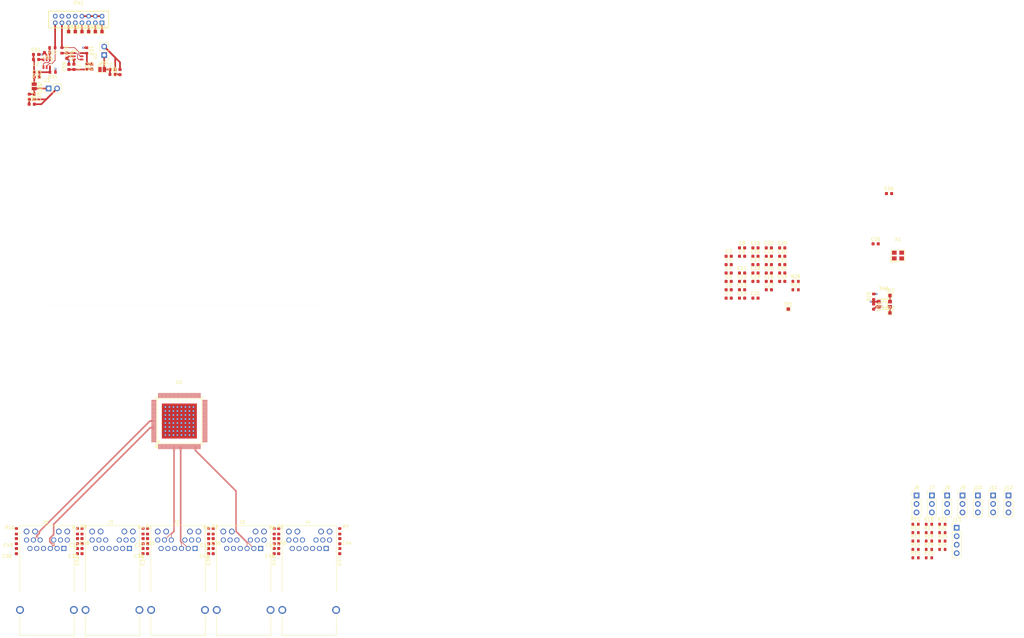
<source format=kicad_pcb>
(kicad_pcb (version 20241229) (generator "pcbnew") (generator_version "9.0")
  (layers (0 "F.Cu" signal) (4 "In1.Cu" signal) (6 "In2.Cu" signal) (2 "B.Cu" signal) (13 "F.Paste" user) (15 "B.Paste" user) (5 "F.SilkS" user "F.Silkscreen") (7 "B.SilkS" user "B.Silkscreen") (1 "F.Mask" user) (3 "B.Mask" user) (25 "Edge.Cuts" user))
  (net 0 "")
  (net 1 "+1.2V")
  (net 2 "GND")
  (net 3 "+2.5V")
  (net 4 "+1.2VA")
  (net 5 "+2.5VA")
  (net 6 "SGND")
  (net 7 "Net-(J1-TRCT1)")
  (net 8 "Net-(J1-TRCT2)")
  (net 9 "Net-(J1-TRCT3)")
  (net 10 "Net-(J1-TRCT4)")
  (net 11 "Net-(J2-TRCT4)")
  (net 12 "Net-(J2-TRCT1)")
  (net 13 "Net-(J2-TRCT2)")
  (net 14 "Net-(J2-TRCT3)")
  (net 15 "Net-(J3-TRCT4)")
  (net 16 "Net-(J3-TRCT1)")
  (net 17 "Net-(J3-TRCT2)")
  (net 18 "Net-(J3-TRCT3)")
  (net 19 "Net-(J4-TRCT4)")
  (net 20 "Net-(J4-TRCT1)")
  (net 21 "Net-(J4-TRCT2)")
  (net 22 "Net-(J4-TRCT3)")
  (net 23 "Net-(J5-TRCT4)")
  (net 24 "Net-(J5-TRCT1)")
  (net 25 "Net-(J5-TRCT2)")
  (net 26 "Net-(J5-TRCT3)")
  (net 27 "RESET_N")
  (net 28 "XI")
  (net 29 "XO")
  (net 30 "VESP")
  (net 31 "Net-(JP1-A)")
  (net 32 "Net-(JP2-A)")
  (net 33 "Net-(U2-FB)")
  (net 34 "Net-(U3-FB)")
  (net 35 "Net-(CN1-Pad1)")
  (net 36 "Net-(CN1-Pad5)")
  (net 37 "VPG2.5")
  (net 38 "Net-(CN1-Pad9)")
  (net 39 "Net-(CN1-Pad11)")
  (net 40 "Net-(CN1-Pad7)")
  (net 41 "VPG1.2")
  (net 42 "Net-(CN1-Pad3)")
  (net 43 "CGND")
  (net 44 "LED1_0")
  (net 45 "Net-(J1-Pad14)")
  (net 46 "LED1_1")
  (net 47 "Net-(J1-Pad16)")
  (net 48 "Net-(J2-Pad16)")
  (net 49 "LED2_0")
  (net 50 "LED2_1")
  (net 51 "Net-(J2-Pad14)")
  (net 52 "Net-(J3-Pad16)")
  (net 53 "LED3_0")
  (net 54 "LED3_1")
  (net 55 "Net-(J3-Pad14)")
  (net 56 "Net-(J4-Pad16)")
  (net 57 "Net-(J4-Pad14)")
  (net 58 "LED4_1")
  (net 59 "LED4_0")
  (net 60 "Net-(J5-Pad14)")
  (net 61 "LED5_1")
  (net 62 "Net-(J5-Pad16)")
  (net 63 "LED5_0")
  (net 64 "Net-(J6-Pin_1)")
  (net 65 "Net-(J6-Pin_3)")
  (net 66 "Net-(J7-Pin_1)")
  (net 67 "Net-(J7-Pin_3)")
  (net 68 "Net-(J8-Pin_3)")
  (net 69 "Net-(J8-Pin_1)")
  (net 70 "Net-(J9-Pin_3)")
  (net 71 "Net-(J9-Pin_1)")
  (net 72 "Net-(J10-Pin_1)")
  (net 73 "Net-(J10-Pin_3)")
  (net 74 "Net-(J11-Pin_3)")
  (net 75 "Net-(J11-Pin_1)")
  (net 76 "Net-(J12-Pin_3)")
  (net 77 "Net-(J12-Pin_1)")
  (net 78 "SDI{slash}SDA{slash}MDIO")
  (net 79 "SCL{slash}MDC")
  (net 80 "SDO")
  (net 81 "SCS_N")
  (net 82 "Net-(U2-SW)")
  (net 83 "Net-(U3-SW)")
  (net 84 "ISET")
  (net 85 "PME_N")
  (net 86 "Net-(SW1-Pad1')")
  (net 87 "Net-(SW1-Pad2')")
  (net 88 "Net-(U1-CLKO_25_125)")
  (net 98 "INTRP_N")
  (net 120 "TXRX5_A+")
  (net 121 "TXRX5_A-")
  (net 122 "TXRX1_A-")
  (net 123 "TXRX1_B+")
  (net 124 "TXRX1_C-")
  (net 125 "TXRX1_C+")
  (net 126 "TXRX1_D-")
  (net 127 "TXRX1_A+")
  (net 128 "TXRX1_B-")
  (net 129 "TXRX1_D+")
  (net 130 "TXRX2_A+")
  (net 131 "TXRX2_C+")
  (net 132 "TXRX2_B+")
  (net 133 "TXRX2_B-")
  (net 134 "TXRX2_D+")
  (net 135 "TXRX2_C-")
  (net 136 "TXRX2_D-")
  (net 137 "TXRX2_A-")
  (net 138 "TXRX3_D-")
  (net 139 "TXRX3_C+")
  (net 140 "TXRX3_C-")
  (net 141 "TXRX3_B-")
  (net 142 "TXRX3_A+")
  (net 143 "TXRX3_B+")
  (net 144 "TXRX3_D+")
  (net 145 "TXRX3_A-")
  (net 146 "TXRX4_D-")
  (net 147 "TXRX4_C-")
  (net 148 "TXRX4_A+")
  (net 149 "TXRX4_B+")
  (net 150 "TXRX4_D+")
  (net 151 "TXRX4_A-")
  (net 152 "TXRX4_B-")
  (net 153 "TXRX4_C+")
  (net 154 "TXRX5_D+")
  (net 155 "TXRX5_B+")
  (net 156 "TXRX5_B-")
  (net 157 "TXRX5_C+")
  (net 158 "TXRX5_C-")
  (net 159 "TXRX5_D-")
  (footprint "Capacitor_SMD:C_0603_1608Metric" (layer "F.Cu") (at 308.86 16.5)
    (property "Reference" "C31")
    (property "Value" "0.1uF")
  )
  (footprint "Resistor_SMD:R_0603_1608Metric" (layer "F.Cu") (at 137.01 96.382902 90)
    (property "Reference" "R3")
    (property "Value" "100")
  )
  (footprint "Resistor_SMD:R_0603_1608Metric" (layer "F.Cu") (at 356.83 94.29)
    (property "Reference" "R21")
    (property "Value" "10k")
  )
  (footprint "Jumper:SolderJumper-2_P1.3mm_Open_Pad1.0x1.5mm" (layer "F.Cu") (at 84.777501 -36.897502 -90)
    (property "Reference" "JP2")
    (property "Value" "SolderJumper_2_Open")
  )
  (footprint "Resistor_SMD:R_0603_1608Metric" (layer "F.Cu") (at 356.83 101.82)
    (property "Reference" "R24")
    (property "Value" "1k")
  )
  (footprint "SCALES:BEL_0826-1G1T-23-F" (layer "F.Cu") (at 108.215 116.77698 180)
    (property "Reference" "J1")
    (property "Value" "0826-1G1T-23-F")
  )
  (footprint "Capacitor_SMD:C_0603_1608Metric" (layer "F.Cu") (at 292.82 21.52)
    (property "Reference" "C5")
    (property "Value" "0.1uF")
  )
  (footprint "Resistor_SMD:R_0603_1608Metric" (layer "F.Cu") (at 100.544999 -42.8325 -90)
    (property "Reference" "R30")
    (property "Value" "100k")
  )
  (footprint "Capacitor_SMD:C_0603_1608Metric" (layer "F.Cu") (at 308.86 11.48)
    (property "Reference" "C29")
    (property "Value" "0.1uF")
  )
  (footprint "Capacitor_SMD:C_0603_1608Metric" (layer "F.Cu") (at 138.369022 99.351979 90)
    (property "Reference" "C41")
    (property "Value" "0.1uF")
  )
  (footprint "Capacitor_SMD:C_0603_1608Metric" (layer "F.Cu") (at 94.525001 -46.082501 -90)
    (property "Reference" "C58")
    (property "Value" "4.7uF")
  )
  (footprint "Capacitor_SMD:C_0603_1608Metric" (layer "F.Cu") (at 176.310549 99.351979 90)
    (property "Reference" "C44")
    (property "Value" "0.1uF")
  )
  (footprint "Capacitor_SMD:C_0603_1608Metric" (layer "F.Cu") (at 84.02 -31.56)
    (property "Reference" "C20")
    (property "Value" "22uF")
  )
  (footprint "Resistor_SMD:R_0603_1608Metric" (layer "F.Cu") (at 312.87 24.03)
    (property "Reference" "R27")
    (property "Value" "10k")
  )
  (footprint "Resistor_SMD:R_0603_1608Metric" (layer "F.Cu") (at 312.87 21.52)
    (property "Reference" "R26")
    (property "Value" "6.04k")
  )
  (footprint "Capacitor_SMD:C_0603_1608Metric" (layer "F.Cu") (at 308.86 13.99)
    (property "Reference" "C30")
    (property "Value" "0.1uF")
  )
  (footprint "Resistor_SMD:R_0603_1608Metric" (layer "F.Cu") (at 138.369022 96.391979 90)
    (property "Reference" "R6")
    (property "Value" "100")
  )
  (footprint "Capacitor_SMD:C_0603_1608Metric" (layer "F.Cu") (at 296.83 11.48)
    (property "Reference" "C8")
    (property "Value" "0.1uF")
  )
  (footprint "Resistor_SMD:R_0603_1608Metric" (layer "F.Cu") (at 348.81 101.82)
    (property "Reference" "R14")
    (property "Value" "1k")
  )
  (footprint "Capacitor_SMD:C_0603_1608Metric" (layer "F.Cu") (at 292.82 19.01)
    (property "Reference" "C4")
    (property "Value" "0.1uF")
  )
  (footprint "Resistor_SMD:R_0603_1608Metric" (layer "F.Cu") (at 90.299999 -41.145002 180)
    (property "Reference" "R34")
    (property "Value" "100k")
  )
  (footprint "Resistor_SMD:R_0603_1608Metric" (layer "F.Cu") (at 356.83 96.8)
    (property "Reference" "R22")
    (property "Value" "1k")
  )
  (footprint "SCALES:BEL_0826-1G1T-23-F" (layer "F.Cu") (at 147.509024 116.78198 180)
    (property "Reference" "J3")
    (property "Value" "0826-1G1T-23-F")
  )
  (footprint "TestPoint:TestPoint_Pad_1.0x1.0mm" (layer "F.Cu") (at 103.070001 -53.304999)
    (property "Reference" "TP5")
    (property "Value" "TestPoint")
  )
  (footprint "SCALES:CONN-TH_DF11-16DP-2DSA-08" (layer "F.Cu") (at 98.064999 -56.929999)
    (property "Reference" "CN1")
    (property "Value" "DF11-16DP-2DSA(08)")
  )
  (footprint "Capacitor_SMD:C_0603_1608Metric" (layer "F.Cu") (at 296.83 19.01)
    (property "Reference" "C11")
    (property "Value" "0.1uF")
  )
  (footprint "Resistor_SMD:R_0603_1608Metric" (layer "F.Cu") (at 348.81 104.33)
    (property "Reference" "R15")
    (property "Value" "10k")
  )
  (footprint "SCALES:SOT-23-6_L2.9-W1.6-P0.95-LS2.8-BL" (layer "F.Cu") (at 97.81 -45.905001 -90)
    (property "Reference" "U2")
    (property "Value" "TLV62569PDDCR")
  )
  (footprint "Capacitor_SMD:C_0603_1608Metric" (layer "F.Cu") (at 118.719998 99.347903 90)
    (property "Reference" "C37")
    (property "Value" "0.1uF")
  )
  (footprint "SCALES:BEL_0826-1G1T-23-F" (layer "F.Cu") (at 167.150551 116.78198 180)
    (property "Reference" "J4")
    (property "Value" "0826-1G1T-23-F")
  )
  (footprint "Connector_PinHeader_2.54mm:PinHeader_1x03_P2.54mm_Vertical" (layer "F.Cu") (at 367.46 85.66)
    (property "Reference" "J10")
    (property "Value" "Conn_01x03")
  )
  (footprint "Capacitor_SMD:C_0603_1608Metric" (layer "F.Cu") (at 158.010549 99.351979 90)
    (property "Reference" "C45")
    (property "Value" "0.1uF")
  )
  (footprint "Resistor_SMD:R_0603_1608Metric" (layer "F.Cu") (at 348.81 96.8)
    (property "Reference" "R12")
    (property "Value" "10k")
  )
  (footprint "Jumper:SolderJumper-2_P1.3mm_Open_Pad1.0x1.5mm" (layer "F.Cu") (at 105.1175 -41.949999)
    (property "Reference" "JP1")
    (property "Value" "SolderJumper_2_Open")
  )
  (footprint "Connector_PinHeader_2.54mm:PinHeader_1x04_P2.54mm_Vertical" (layer "F.Cu") (at 361.13 95.33)
    (property "Reference" "J13")
    (property "Value" "Conn_01x04")
  )
  (footprint "Capacitor_SMD:C_0603_1608Metric" (layer "F.Cu") (at 88.599999 -47.015003 180)
    (property "Reference" "C60")
    (property "Value" "4.7uF")
  )
  (footprint "Capacitor_SMD:C_0603_1608Metric" (layer "F.Cu") (at 117.374998 99.346979 90)
    (property "Reference" "C35")
    (property "Value" "0.1uF")
  )
  (footprint "Capacitor_SMD:C_0603_1608Metric" (layer "F.Cu") (at 304.85 21.52)
    (property "Reference" "C26")
    (property "Value" "0.1uF")
  )
  (footprint "Resistor_SMD:R_0603_1608Metric" (layer "F.Cu") (at 93.055 -47.677499 -90)
    (property "Reference" "R29")
    (property "Value" "499k")
  )
  (footprint "Capacitor_SMD:C_0603_1608Metric" (layer "F.Cu") (at 296.83 26.54)
    (property "Reference" "C14")
    (property "Value" "0.1uF")
  )
  (footprint "Capacitor_SMD:C_0603_1608Metric" (layer "F.Cu") (at 308.86 21.52)
    (property "Reference" "C53")
    (property "Value" "0.1uF")
  )
  (footprint "Capacitor_SMD:C_0603_1608Metric" (layer "F.Cu") (at 336.85 10.27)
    (property "Reference" "C55")
    (property "Value" "12pF")
  )
  (footprint "Capacitor_SMD:C_0603_1608Metric" (layer "F.Cu") (at 300.84 21.52)
    (property "Reference" "C19")
    (property "Value" "0.1uF")
  )
  (footprint "Capacitor_SMD:C_0603_1608Metric" (layer "F.Cu") (at 158.010551 102.32198 90)
    (property "Reference" "C46")
    (property "Value" "0.1uF")
  )
  (footprint "Resistor_SMD:R_0603_1608Metric" (layer "F.Cu") (at 352.82 104.33)
    (property "Reference" "R20")
    (property "Value" "1k")
  )
  (footprint "Connector_PinHeader_2.54mm:PinHeader_1x03_P2.54mm_Vertical" (layer "F.Cu") (at 349.1 85.66)
    (property "Reference" "J6")
    (property "Value" "Conn_01x03")
  )
  (footprint "TestPoint:TestPoint_Pad_1.0x1.0mm" (layer "F.Cu") (at 341.14 25.73)
    (property "Reference" "TP2")
    (property "Value" "TestPoint")
  )
  (footprint "Capacitor_SMD:C_0603_1608Metric" (layer "F.Cu") (at 340.86 -4.79)
    (property "Reference" "C56")
    (property "Value" "12pF")
  )
  (footprint "Connector_PinHeader_2.54mm:PinHeader_1x03_P2.54mm_Vertical" (layer "F.Cu") (at 353.69 85.66)
    (property "Reference" "J7")
    (property "Value" "Conn_01x03")
  )
  (footprint "Capacitor_SMD:C_0603_1608Metric" (layer "F.Cu") (at 118.72 102.317904 90)
    (property "Reference" "C38")
    (property "Value" "0.1uF")
  )
  (footprint "Capacitor_SMD:C_0603_1608Metric" (layer "F.Cu") (at 95.145001 -42.732499 90)
    (property "Reference" "C59")
    (property "Value" "22uF")
  )
  (footprint "Resistor_SMD:R_0603_1608Metric" (layer "F.Cu") (at 336.25 26.115 90)
    (property "Reference" "R25")
    (property "Value" "10k")
  )
  (footprint "Capacitor_SMD:C_0603_1608Metric" (layer "F.Cu") (at 97.706767 102.316999 90)
    (property "Reference" "C51")
    (property "Value" "0.1uF")
  )
  (footprint "Capacitor_SMD:C_0603_1608Metric" (layer "F.Cu") (at 110.46 -41.19 90)
    (property "Reference" "C10")
    (property "Value" "22uF")
  )
  (footprint "Resistor_SMD:R_0603_1608Metric" (layer "F.Cu") (at 352.82 94.29)
    (property "Reference" "R16")
    (property "Value" "1k")
  )
  (footprint "SCALES:KEY-TH_4P-L3.5-W4.9-P2.80-LS4.3" (layer "F.Cu") (at 339.45 28.35)
    (property "Reference" "SW1")
    (property "Value" "EVPAA602W")
  )
  (footprint "SCALES:CRYSTAL-SMD_4P-L3.2-W2.5-BL" (layer "F.Cu") (at 343.53 13.78)
    (property "Reference" "X1")
    (property "Value" "XXCCCLNANF-25M")
  )
  (footprint "Connector_PinHeader_2.54mm:PinHeader_1x03_P2.54mm_Vertical" (layer "F.Cu") (at 376.64 85.66)
    (property "Reference" "J12")
    (property "Value" "Conn_01x03")
  )
  (footprint "Inductor_SMD:L_0603_1608Metric" (layer "F.Cu") (at 85.310002 -44.955 180)
    (property "Reference" "L2")
    (property "Value" "2.2uH")
  )
  (footprint "Capacitor_SMD:C_0603_1608Metric" (layer "F.Cu") (at 304.85 24.03)
    (property "Reference" "C27")
    (property "Value" "0.1uF")
  )
  (footprint "TestPoint:TestPoint_Pad_1.0x1.0mm" (layer "F.Cu") (at 101.069999 -53.305)
    (property "Reference" "TP6")
    (property "Value" "TestPoint")
  )
  (footprint "Capacitor_SMD:C_0603_1608Metric" (layer "F.Cu") (at 336.25 29.07 -90)
    (property "Reference" "C54")
    (property "Value" "22uF")
  )
  (footprint "Resistor_SMD:R_0603_1608Metric" (layer "F.Cu") (at 156.659024 96.386978 90)
    (property "Reference" "R5")
    (property "Value" "100")
  )
  (footprint "Capacitor_SMD:C_0603_1608Metric" (layer "F.Cu") (at 97.726767 99.347001 90)
    (property "Reference" "C48")
    (property "Value" "0.1uF")
  )
  (footprint "Resistor_SMD:R_0603_1608Metric" (layer "F.Cu") (at 118.719998 96.387903 90)
    (property "Reference" "R4")
    (property "Value" "100")
  )
  (footprint "Capacitor_SMD:C_0603_1608Metric" (layer "F.Cu") (at 304.85 19.01)
    (property "Reference" "C25")
    (property "Value" "0.1uF")
  )
  (footprint "Capacitor_SMD:C_0603_1608Metric" (layer "F.Cu") (at 300.84 13.99)
    (property "Reference" "C16")
    (property "Value" "0.1uF")
  )
  (footprint "SCALES:BEL_0826-1G1T-23-F" (layer "F.Cu") (at 127.86 116.777904 180)
    (property "Reference" "J2")
    (property "Value" "0826-1G1T-23-F")
  )
  (footprint "SCALES:BEL_0826-1G1T-23-F" (layer "F.Cu") (at 88.566769 116.777002 180)
    (property "Reference" "J5")
    (property "Value" "0826-1G1T-23-F")
  )
  (footprint "Resistor_SMD:R_0603_1608Metric" (layer "F.Cu") (at 356.83 99.31)
    (property "Reference" "R23")
    (property "Value" "10k")
  )
  (footprint "Capacitor_SMD:C_0603_1608Metric" (layer "F.Cu") (at 85.315 -46.465003)
    (property "Reference" "C61")
    (property "Value" "22uF")
  )
  (footprint "Resistor_SMD:R_0603_1608Metric" (layer "F.Cu") (at 352.82 96.8)
    (property "Reference" "R17")
    (property "Value" "10k")
  )
  (footprint "Capacitor_SMD:C_0603_1608Metric" (layer "F.Cu") (at 79.426769 102.317002 90)
    (property "Reference" "C50")
    (property "Value" "0.1uF")
  )
  (footprint "Capacitor_SMD:C_0603_1608Metric" (layer "F.Cu") (at 300.84 26.54)
    (property "Reference" "C21")
    (property "Value" "0.1uF")
  )
  (footprint "Inductor_SMD:L_0603_1608Metric" (layer "F.Cu") (at 83.3 -33.772499 -90)
    (property "Reference" "FB2")
    (property "Value" "FerriteBead")
  )
  (footprint "Capacitor_SMD:C_0603_1608Metric" (layer "F.Cu") (at 136.999998 102.317901 90)
    (property "Reference" "C39")
    (property "Value" "0.1uF")
  )
  (footprint "Capacitor_SMD:C_0603_1608Metric" (layer "F.Cu") (at 137.019998 99.347903 90)
    (property "Reference" "C36")
    (property "Value" "0.1uF")
  )
  (footprint "Capacitor_SMD:C_0603_1608Metric" (layer "F.Cu") (at 117.354998 102.316977 90)
    (property "Reference" "C34")
    (property "Value" "0.1uF")
  )
  (footprint "Inductor_SMD:L_0603_1608Metric" (layer "F.Cu") (at 108.237501 -40.49)
    (property "Reference" "FB1")
    (property "Value" "FerriteBead")
  )
  (footprint "Resistor_SMD:R_0603_1608Metric" (layer "F.Cu") (at 79.426767 96.387001 90)
    (property "Reference" "R10")
    (property "Value" "100")
  )
  (footprint "TestPoint:TestPoint_Pad_1.0x1.0mm" (layer "F.Cu") (at 95.070001 -53.305002)
    (property "Reference" "TP9")
    (property "Value" "TestPoint")
  )
  (footprint "Resistor_SMD:R_0603_1608Metric" (layer "F.Cu") (at 158.010549 96.391979 90)
    (property "Reference" "R8")
    (property "Value" "100")
  )
  (footprint "Resistor_SMD:R_0603_1608Metric" (layer "F.Cu") (at 352.82 99.31)
    (property "Reference" "R18")
    (property "Value" "1k")
  )
  (footprint "Resistor_SMD:R_0603_1608Metric" (layer "F.Cu") (at 100.474999 -47.6575 -90)
    (property "Reference" "R31")
    (property "Value" "100k")
  )
  (footprint "TestPoint:TestPoint_Pad_1.0x1.0mm" (layer "F.Cu") (at 310.68 29.82)
    (property "Reference" "TP1")
    (property "Value" "TestPoint")
  )
  (footprint "Capacitor_SMD:C_0603_1608Metric" (layer "F.Cu") (at 296.83 21.52)
    (property "Reference" "C12")
    (property "Value" "0.1uF")
  )
  (footprint "Resistor_SMD:R_0603_1608Metric" (layer "F.Cu") (at 117.365 96.381978 90)
    (property "Reference" "R1")
    (property "Value" "100")
  )
  (footprint "Capacitor_SMD:C_0603_1608Metric" (layer "F.Cu") (at 308.86 19.01)
    (property "Reference" "C52")
    (property "Value" "0.1uF")
  )
  (footprint "Capacitor_SMD:C_0603_1608Metric" (layer "F.Cu") (at 300.84 19.01)
    (property "Reference" "C18")
    (property "Value" "0.1uF")
  )
  (footprint "Capacitor_SMD:C_0603_1608Metric" (layer "F.Cu") (at 292.82 26.54)
    (property "Reference" "C7")
    (property "Value" "0.1uF")
  )
  (footprint "Resistor_SMD:R_0603_1608Metric" (layer "F.Cu") (at 99.074998 96.386979 90)
    (property "Reference" "R2")
    (property "Value" "100")
  )
  (footprint "Capacitor_SMD:C_0603_1608Metric" (layer "F.Cu") (at 292.82 13.99)
    (property "Reference" "C2")
    (property "Value" "0.1uF")
  )
  (footprint "Capacitor_SMD:C_0603_1608Metric" (layer "F.Cu") (at 292.82 24.03)
    (property "Reference" "C6")
    (property "Value" "0.1uF")
  )
  (footprint "Capacitor_SMD:C_0603_1608Metric" (layer "F.Cu") (at 296.83 13.99)
    (property "Reference" "C9")
    (property "Value" "0.1uF")
  )
  (footprint "Capacitor_SMD:C_0603_1608Metric" (layer "F.Cu") (at 292.82 16.5)
    (property "Reference" "C3")
    (property "Value" "0.1uF")
  )
  (footprint "Connector_PinHeader_2.54mm:PinHeader_1x02_P2.54mm_Vertical" (layer "F.Cu") (at 105.737499 -46.28 180)
    (property "Reference" "J14")
    (property "Value" "Conn_01x02")
  )
  (footprint "Capacitor_SMD:C_0603_1608Metric" (layer "F.Cu") (at 99.074998 99.346979 90)
    (property "Reference" "C32")
    (property "Value" "0.1uF")
  )
  (footprint "Capacitor_SMD:C_0603_1608Metric" (layer "F.Cu") (at 99.075 102.31698 90)
    (property "Reference" "C33")
    (property "Value" "0.1uF")
  )
  (footprint "Capacitor_SMD:C_0603_1608Metric" (layer "F.Cu") (at 156.649022 102.321977 90)
    (property "Reference" "C43")
    (property "Value" "0.1uF")
  )
  (footprint "TestPoint:TestPoint_Pad_1.0x1.0mm" (layer "F.Cu") (at 97.069999 -53.305)
    (property "Reference" "TP8")
    (property "Value" "TestPoint")
  )
  (footprint "Capacitor_SMD:C_0603_1608Metric" (layer "F.Cu") (at 138.369024 102.32198 90)
    (property "Reference" "C42")
    (property "Value" "0.1uF")
  )
  (footprint "Resistor_SMD:R_0603_1608Metric" (layer "F.Cu") (at 97.716769 96.382 90)
    (property "Reference" "R9")
    (property "Value" "100")
  )
  (footprint "TestPoint:TestPoint_Pad_1.0x1.0mm" (layer "F.Cu") (at 105.069999 -53.305)
    (property "Reference" "TP4")
    (property "Value" "TestPoint")
  )
  (footprint "Capacitor_SMD:C_0603_1608Metric" (layer "F.Cu") (at 84.76 -33.775 -90)
    (property "Reference" "C28")
    (property "Value" "10uF")
  )
  (footprint "TestPoint:TestPoint_Pad_1.0x1.0mm" (layer "F.Cu") (at 99.069999 -53.305001)
    (property "Reference" "TP7")
    (property "Value" "TestPoint")
  )
  (footprint "Connector_PinHeader_2.54mm:PinHeader_1x03_P2.54mm_Vertical" (layer "F.Cu") (at 358.28 85.66)
    (property "Reference" "J8")
    (property "Value" "Conn_01x03")
  )
  (footprint "Capacitor_SMD:C_0603_1608Metric" (layer "F.Cu") (at 304.85 13.99)
    (property "Reference" "C23")
    (property "Value" "0.1uF")
  )
  (footprint "Resistor_SMD:R_0603_1608Metric" (layer "F.Cu") (at 352.82 101.82)
    (property "Reference" "R19")
    (property "Value" "10k")
  )
  (footprint "TestPoint:TestPoint_Pad_1.0x1.0mm" (layer "F.Cu") (at 341.13 30.98)
    (property "Reference" "TP3")
    (property "Value" "TestPoint")
  )
  (footprint "SCALES:TQFP-128_L14.0-W14.0-P0.40-LS16.0-BL-EP" (layer "F.Cu") (at 128.25 63.36)
    (property "Reference" "U1")
    (property "Value" "KSZ9896CTXI")
  )
  (footprint "Connector_PinHeader_2.54mm:PinHeader_1x03_P2.54mm_Vertical" (layer "F.Cu") (at 372.05 85.66)
    (property "Reference" "J11")
    (property "Value" "Conn_01x03")
  )
  (footprint "Resistor_SMD:R_0603_1608Metric" (layer "F.Cu") (at 348.81 99.31)
    (property "Reference" "R13")
    (property "Value" "10k")
  )
  (footprint "Capacitor_SMD:C_0603_1608Metric" (layer "F.Cu") (at 304.85 11.48)
    (property "Reference" "C22")
    (property "Value" "0.1uF")
  )
  (footprint "Resistor_SMD:R_0603_1608Metric" (layer "F.Cu") (at 85.550001 -41.145002 180)
    (property "Reference" "R33")
    (property "Value" "316k")
  )
  (footprint "Capacitor_SMD:C_0603_1608Metric" (layer "F.Cu") (at 108.245 -41.95)
    (property "Reference" "C1")
    (property "Value" "22uF")
  )
  (footprint "Resistor_SMD:R_0603_1608Metric" (layer "F.Cu") (at 176.300551 96.386978 90)
    (property "Reference" "R7")
    (property "Value" "100")
  )
  (footprint "Capacitor_SMD:C_0603_1608Metric" (layer "F.Cu") (at 176.290549 102.321977 90)
    (property "Reference" "C47")
    (property "Value" "0.1uF")
  )
  (footprint "Capacitor_SMD:C_0603_1608Metric" (layer "F.Cu") (at 156.669022 99.351979 90)
    (property "Reference" "C40")
    (property "Value" "0.1uF")
  )
  (footprint "Capacitor_SMD:C_0603_1608Metric" (layer "F.Cu") (at 102.015001 -42.832501 90)
    (property "Reference" "C62")
    (property "Value" "6.8pF")
  )
  (footprint "Capacitor_SMD:C_0603_1608Metric" (layer "F.Cu") (at 79.426767 99.347001 90)
    (property "Reference" "C49")
    (property "Value" "0.1uF")
  )
  (footprint "SCALES:SOT-23-6_L2.9-W1.6-P0.95-LS2.8-BL" (layer "F.Cu") (at 88.487501 -43.807502 180)
    (property "Reference" "U3")
    (property "Value" "TLV62569PDDCR")
  )
  (footprint "Capacitor_SMD:C_0603_1608Metric" (layer "F.Cu") (at 304.85 16.5)
    (property "Reference" "C24")
    (property "Value" "0.1uF")
  )
  (footprint "Capacitor_SMD:C_0603_1608Metric" (layer "F.Cu") (at 300.84 16.5)
    (property "Reference" "C17")
    (property "Value" "0.1uF")
  )
  (footprint "Capacitor_SMD:C_0603_1608Metric" (layer "F.Cu") (at 300.84 11.48)
    (property "Reference" "C15")
    (property "Value" "0.1uF")
  )
  (footprint "Connector_PinHeader_2.54mm:PinHeader_1x02_P2.54mm_Vertical" (layer "F.Cu") (at 89.087499 -36.277501 90)
    (property "Reference" "J15")
    (property "Value" "Conn_01x02")
  )
  (footprint "Connector_PinHeader_2.54mm:PinHeader_1x03_P2.54mm_Vertical" (layer "F.Cu") (at 362.87 85.66)
    (property "Reference" "J9")
    (property "Value" "Conn_01x03")
  )
  (footprint "Capacitor_SMD:C_0603_1608Metric" (layer "F.Cu") (at 85.550001 -39.675002)
    (property "Reference" "C63")
    (property "Value" "6.8pF")
  )
  (footprint "Resistor_SMD:R_0603_1608Metric" (layer "F.Cu") (at 90.195 -48.485002 180)
    (property "Reference" "R32")
    (property "Value" "499k")
  )
  (footprint "Resistor_SMD:R_0603_1608Metric" (layer "F.Cu") (at 348.81 94.29)
    (property "Reference" "R11")
    (property "Value" "1k")
  )
  (footprint "Inductor_SMD:L_0603_1608Metric" (layer "F.Cu") (at 96.655001 -42.755 -90)
    (property "Reference" "L1")
    (property "Value" "2.2uH")
  )
  (footprint "Capacitor_SMD:C_0603_1608Metric" (layer "F.Cu") (at 296.83 24.03)
    (property "Reference" "C13")
    (property "Value" "0.1uF")
  )
  (gr_arc (start 178.68 118.42) (mid 176.201433 125.056843) (end 169.979222 128.444331) (stroke (width 0.01)) (layer "Edge.Cuts"))
  (gr_arc (start 88.705 128.445) (mid 81.751312 125.778797) (end 78.528228 119.065069) (stroke (width 0.01)) (layer "Edge.Cuts"))
  (gr_line (start 178.68 38.445) (end 178.68 118.42) (stroke (width 0.01)) (layer "Edge.Cuts"))
  (gr_line (start 88.605 28.37) (end 169.983399 28.371139) (stroke (width 0.01)) (layer "Edge.Cuts"))
  (gr_line (start 78.528228 119.065069) (end 78.531102 37.719822) (stroke (width 0.01)) (layer "Edge.Cuts"))
  (gr_arc (start 78.531101 37.719822) (mid 81.726211 31.060435) (end 88.605 28.37) (stroke (width 0.01)) (layer "Edge.Cuts"))
  (gr_line (start 169.979222 128.444331) (end 88.705 128.444999) (stroke (width 0.01)) (layer "Edge.Cuts"))
  (gr_arc (start 169.9834 28.371139) (mid 176.219263 31.778567) (end 178.68 38.445) (stroke (width 0.01)) (layer "Edge.Cuts"))
  (segment (start 105.737499 -41.979999) (end 105.767498 -41.95) (width 0.508) (layer "F.Cu") (net 1))
  (segment (start 107.45 -41.93) (end 107.47 -41.95) (width 0.508) (layer "F.Cu") (net 1))
  (segment (start 107.45 -40.49) (end 107.45 -41.93) (width 0.508) (layer "F.Cu") (net 1))
  (segment (start 105.737499 -46.28) (end 105.737499 -41.979999) (width 0.508) (layer "F.Cu") (net 1))
  (segment (start 105.767499 -41.949999) (end 107.47 -41.95) (width 0.508) (layer "F.Cu") (net 1))
  (segment (start 91.124999 -42.160003) (end 91.129999 -42.165002) (width 0.508) (layer "F.Cu") (net 2))
  (segment (start 109.02 -45.537499) (end 109.02 -41.95) (width 0.508) (layer "F.Cu") (net 2))
  (segment (start 87.274999 -46.465001) (end 87.824998 -47.015) (width 0.508) (layer "F.Cu") (net 2))
  (segment (start 337.75 29.1) (end 336.995 29.1) (width 0.508) (layer "F.Cu") (net 2))
  (segment (start 100.474999 -48.4825) (end 99.454999 -48.4825) (width 0.508) (layer "F.Cu") (net 2))
  (segment (start 86.979999 -46.465002) (end 87.274999 -46.465001) (width 0.508) (layer "F.Cu") (net 2))
  (segment (start 95.145 -43.507501) (end 95.145 -44.452501) (width 0.508) (layer "F.Cu") (net 2))
  (segment (start 88.4875 -46.352502) (end 88.487501 -44.957501) (width 0.508) (layer "F.Cu") (net 2))
  (segment (start 86.09 -46.465002) (end 86.979999 -46.465002) (width 0.508) (layer "F.Cu") (net 2))
  (segment (start 87.824998 -47.015) (end 88.4875 -46.352502) (width 0.508) (layer "F.Cu") (net 2))
  (segment (start 95.122501 -45.905002) (end 96.659998 -45.905001) (width 0.508) (layer "F.Cu") (net 2))
  (segment (start 99.454999 -48.4825) (end 99.444999 -48.492499) (width 0.508) (layer "F.Cu") (net 2))
  (segment (start 95.145 -44.452501) (end 95.145 -44.687501) (width 0.508) (layer "F.Cu") (net 2))
  (segment (start 94.524999 -45.3075) (end 95.122501 -45.905002) (width 0.508) (layer "F.Cu") (net 2))
  (segment (start 86.909998 -31.56) (end 91.627499 -36.277501) (width 0.508) (layer "F.Cu") (net 2))
  (segment (start 110.46 -44.097499) (end 105.737499 -48.82) (width 0.508) (layer "F.Cu") (net 2))
  (segment (start 338.79 29.1) (end 338.8 29.09) (width 0.508) (layer "F.Cu") (net 2))
  (segment (start 95.145 -44.687501) (end 94.524999 -45.3075) (width 0.508) (layer "F.Cu") (net 2))
  (segment (start 336.995 29.1) (end 336.25 29.845) (width 0.508) (layer "F.Cu") (net 2))
  (segment (start 91.124999 -41.145002) (end 91.124999 -42.160003) (width 0.508) (layer "F.Cu") (net 2))
  (segment (start 110.46 -41.965) (end 110.46 -44.097499) (width 0.508) (layer "F.Cu") (net 2))
  (segment (start 84.76 -33) (end 88.349998 -33) (width 0.508) (layer "F.Cu") (net 2))
  (segment (start 105.737499 -48.82) (end 109.02 -45.537499) (width 0.508) (layer "F.Cu") (net 2))
  (segment (start 337.75 29.1) (end 338.79 29.1) (width 0.508) (layer "F.Cu") (net 2))
  (segment (start 88.349998 -33) (end 91.627499 -36.277501) (width 0.508) (layer "F.Cu") (net 2))
  (segment (start 84.795 -31.56) (end 86.909998 -31.56) (width 0.508) (layer "F.Cu") (net 2))
  (via (at 99.444999 -48.492499) (size 0.6) (drill 0.3) (layers "F.Cu" "B.Cu") (net 2))
  (via (at 91.129999 -42.165002) (size 0.6) (drill 0.3) (layers "F.Cu" "B.Cu") (net 2))
  (via (at 338.8 29.09) (size 0.6) (drill 0.3) (layers "F.Cu" "B.Cu") (net 2))
  (via (at 86.979999 -46.465002) (size 0.6) (drill 0.3) (layers "F.Cu" "B.Cu") (net 2))
  (via (at 95.145 -44.452501) (size 0.6) (drill 0.3) (layers "F.Cu" "B.Cu") (net 2))
  (segment (start 84.75 -34.56) (end 84.76 -34.55) (width 0.508) (layer "F.Cu") (net 3))
  (segment (start 337.11 25.29) (end 337.12 25.28) (width 0.508) (layer "F.Cu") (net 3))
  (segment (start 84.76 -36.230002) (end 84.777501 -36.247503) (width 0.508) (layer "F.Cu") (net 3))
  (segment (start 336.25 25.29) (end 337.11 25.29) (width 0.508) (layer "F.Cu") (net 3))
  (segment (start 89.0575 -36.247502) (end 89.087499 -36.277501) (width 0.508) (layer "F.Cu") (net 3))
  (segment (start 84.76 -34.55) (end 84.76 -36.230002) (width 0.508) (layer "F.Cu") (net 3))
  (segment (start 83.3 -34.56) (end 84.75 -34.56) (width 0.508) (layer "F.Cu") (net 3))
  (segment (start 84.7775 -36.247502) (end 89.0575 -36.247502) (width 0.508) (layer "F.Cu") (net 3))
  (via (at 337.12 25.28) (size 0.6) (drill 0.3) (layers "F.Cu" "B.Cu") (net 3))
  (segment (start 109.025002 -40.49) (end 110.385 -40.49) (width 0.508) (layer "F.Cu") (net 4))
  (segment (start 110.385 -40.49) (end 110.46 -40.415) (width 0.508) (layer "F.Cu") (net 4))
  (segment (start 83.245 -31.56) (end 83.245 -32.929998) (width 0.508) (layer "F.Cu") (net 5))
  (segment (start 83.245 -32.929998) (end 83.3 -32.984998) (width 0.508) (layer "F.Cu") (net 5))
  (segment (start 336.25 27.6) (end 336.25 26.94) (width 0.508) (layer "F.Cu") (net 27))
  (segment (start 336.25 27.6) (end 335.41 27.6) (width 0.508) (layer "F.Cu") (net 27))
  (segment (start 337.75 27.6) (end 336.25 27.6) (width 0.508) (layer "F.Cu") (net 27))
  (segment (start 336.25 28.295) (end 336.25 27.6) (width 0.508) (layer "F.Cu") (net 27))
  (via (at 335.41 27.6) (size 0.6) (drill 0.3) (layers "F.Cu" "B.Cu") (net 27))
  (segment (start 97.725001 -45.3125) (end 97.725001 -46.525) (width 0.2) (layer "F.Cu") (net 30))
  (segment (start 99.065001 -57.93) (end 105.064999 -57.93) (width 0.508) (layer "F.Cu") (net 30))
  (segment (start 94.527501 -46.855001) (end 94.524999 -46.8575) (width 0.508) (layer "F.Cu") (net 30))
  (segment (start 89.375 -47.015) (end 89.375 -45.020001) (width 0.508) (layer "F.Cu") (net 30))
  (segment (start 87.537499 -42.657502) (end 87.537499 -43.657501) (width 0.2) (layer "F.Cu") (net 30))
  (segment (start 98.96 -44.955) (end 98.0825 -44.955) (width 0.2) (layer "F.Cu") (net 30))
  (segment (start 97.394998 -46.855001) (end 96.660001 -46.855001) (width 0.2) (layer "F.Cu") (net 30))
  (segment (start 98.0825 -44.955) (end 97.725001 -45.3125) (width 0.2) (layer "F.Cu") (net 30))
  (segment (start 87.895 -44.015002) (end 88.885001 -44.015002) (width 0.2) (layer "F.Cu") (net 30))
  (segment (start 97.725001 -46.525) (end 97.394998 -46.855001) (width 0.2) (layer "F.Cu") (net 30))
  (segment (start 88.885001 -44.015002) (end 89.437501 -44.567502) (width 0.2) (layer "F.Cu") (net 30))
  (segment (start 89.437501 -44.567502) (end 89.437501 -44.957501) (width 0.2) (layer "F.Cu") (net 30))
  (segment (start 96.660001 -46.855001) (end 94.527501 -46.855001) (width 0.508) (layer "F.Cu") (net 30))
  (segment (start 89.369999 -47.02) (end 89.375 -47.015) (width 0.508) (layer "F.Cu") (net 30))
  (segment (start 87.537499 -43.657501) (end 87.895 -44.015002) (width 0.2) (layer "F.Cu") (net 30))
  (segment (start 94.519999 -46.8525) (end 94.524999 -46.8575) (width 0.508) (layer "F.Cu") (net 30))
  (segment (start 89.369998 -48.485001) (end 89.369999 -47.02) (width 0.508) (layer "F.Cu") (net 30))
  (segment (start 89.375 -45.020001) (end 89.437501 -44.957501) (width 0.508) (layer "F.Cu") (net 30))
  (segment (start 93.055 -46.852501) (end 94.519999 -46.8525) (width 0.508) (layer "F.Cu") (net 30))
  (segment (start 102.029999 -42.072501) (end 102.015001 -42.057502) (width 0.508) (layer "F.Cu") (net 31))
  (segment (start 100.504998 -41.967498) (end 100.544999 -42.007499) (width 0.508) (layer "F.Cu") (net 31))
  (segment (start 96.645002 -41.957501) (end 96.654999 -41.967498) (width 0.508) (layer "F.Cu") (net 31))
  (segment (start 102.015001 -42.057502) (end 100.595001 -42.0575) (width 0.508) (layer "F.Cu") (net 31))
  (segment (start 96.654999 -41.967498) (end 100.504998 -41.967498) (width 0.508) (layer "F.Cu") (net 31))
  (segment (start 100.595001 -42.0575) (end 100.544999 -42.007499) (width 0.508) (layer "F.Cu") (net 31))
  (segment (start 95.145001 -41.957501) (end 96.645002 -41.957501) (width 0.508) (layer "F.Cu") (net 31))
  (segment (start 84.724998 -41.145002) (end 84.724998 -44.752501) (width 0.508) (layer "F.Cu") (net 32))
  (segment (start 84.724998 -41.145002) (end 84.724999 -39.725) (width 0.508) (layer "F.Cu") (net 32))
  (segment (start 84.777501 -37.547501) (end 84.777501 -39.672502) (width 0.508) (layer "F.Cu") (net 32))
  (segment (start 84.540001 -46.465002) (end 84.54 -44.972501) (width 0.508) (layer "F.Cu") (net 32))
  (segment (start 84.724999 -39.725) (end 84.774999 -39.675002) (width 0.508) (layer "F.Cu") (net 32))
  (segment (start 84.54 -44.972501) (end 84.5225 -44.955) (width 0.508) (layer "F.Cu") (net 32))
  (segment (start 84.81 -39.640001) (end 84.774999 -39.675002) (width 0.508) (layer "F.Cu") (net 32))
  (segment (start 84.724998 -44.752501) (end 84.5225 -44.955) (width 0.508) (layer "F.Cu") (net 32))
  (segment (start 84.777501 -39.672502) (end 84.775001 -39.675002) (width 0.508) (layer "F.Cu") (net 32))
  (segment (start 100.545001 -43.657502) (end 100.545 -46.7625) (width 0.508) (layer "F.Cu") (net 33))
  (segment (start 100.595001 -43.607502) (end 100.545001 -43.657502) (width 0.508) (layer "F.Cu") (net 33))
  (segment (start 100.545 -46.7625) (end 100.475 -46.8325) (width 0.508) (layer "F.Cu") (net 33))
  (segment (start 98.96 -46.855001) (end 100.452499 -46.855001) (width 0.508) (layer "F.Cu") (net 33))
  (segment (start 100.452499 -46.855001) (end 100.475 -46.8325) (width 0.508) (layer "F.Cu") (net 33))
  (segment (start 102.015001 -43.6075) (end 100.595001 -43.607502) (width 0.508) (layer "F.Cu") (net 33))
  (segment (start 89.474999 -41.145002) (end 89.475 -42.620002) (width 0.508) (layer "F.Cu") (net 34))
  (segment (start 86.324999 -39.675002) (end 86.324999 -41.095001) (width 0.508) (layer "F.Cu") (net 34))
  (segment (start 89.475 -42.620002) (end 89.4375 -42.657502) (width 0.508) (layer "F.Cu") (net 34))
  (segment (start 89.474999 -41.145002) (end 86.375 -41.145002) (width 0.508) (layer "F.Cu") (net 34))
  (segment (start 86.324999 -41.095001) (end 86.375 -41.145002) (width 0.508) (layer "F.Cu") (net 34))
  (segment (start 105.064998 -55.930001) (end 105.064999 -53.31) (width 0.508) (layer "F.Cu") (net 35))
  (segment (start 105.064999 -53.31) (end 105.069999 -53.305) (width 0.508) (layer "F.Cu") (net 35))
  (segment (start 101.064999 -55.930001) (end 101.064999 -53.31) (width 0.508) (layer "F.Cu") (net 36))
  (segment (start 101.064999 -53.31) (end 101.069999 -53.305) (width 0.508) (layer "F.Cu") (net 36))
  (segment (start 91.020001 -48.485001) (end 91.020001 -55.885002) (width 0.508) (layer "F.Cu") (net 37))
  (segment (start 90.089999 -43.725002) (end 91.020002 -44.655) (width 0.2) (layer "F.Cu") (net 37))
  (segment (start 91.020002 -44.655) (end 91.020002 -48.485) (width 0.2) (layer "F.Cu") (net 37))
  (segment (start 91.020001 -55.885002) (end 91.065 -55.930002) (width 0.508) (layer "F.Cu") (net 37))
  (segment (start 88.4875 -42.988399) (end 89.224101 -43.725) (width 0.2) (layer "F.Cu") (net 37))
  (segment (start 89.224101 -43.725) (end 90.089999 -43.725002) (width 0.2) (layer "F.Cu") (net 37))
  (segment (start 88.487499 -42.657502) (end 88.4875 -42.988399) (width 0.2) (layer "F.Cu") (net 37))
  (segment (start 97.07 -55.925001) (end 97.065002 -55.930001) (width 0.508) (layer "F.Cu") (net 38))
  (segment (start 97.069999 -53.305) (end 97.07 -55.925001) (width 0.508) (layer "F.Cu") (net 38))
  (segment (start 95.065001 -55.930001) (end 95.065001 -53.310002) (width 0.508) (layer "F.Cu") (net 39))
  (segment (start 95.065001 -53.310002) (end 95.070001 -53.305002) (width 0.508) (layer "F.Cu") (net 39))
  (segment (start 99.065001 -55.930001) (end 99.065001 -53.310002) (width 0.508) (layer "F.Cu") (net 40))
  (segment (start 99.065001 -53.310002) (end 99.069999 -53.305001) (width 0.508) (layer "F.Cu") (net 40))
  (segment (start 98.612498 -45.905001) (end 98.125 -46.3925) (width 0.2) (layer "F.Cu") (net 41))
  (segment (start 93.065001 -48.512501) (end 93.054999 -48.502499) (width 0.508) (layer "F.Cu") (net 41))
  (segment (start 98.125001 -47.222499) (end 96.845001 -48.502501) (width 0.2) (layer "F.Cu") (net 41))
  (segment (start 93.065 -55.930001) (end 93.065001 -48.512501) (width 0.508) (layer "F.Cu") (net 41))
  (segment (start 98.125 -46.3925) (end 98.125001 -47.222499) (width 0.2) (layer "F.Cu") (net 41))
  (segment (start 98.96 -45.905001) (end 98.612498 -45.905001) (width 0.2) (layer "F.Cu") (net 41))
  (segment (start 96.845001 -48.502501) (end 93.054998 -48.502499) (width 0.2) (layer "F.Cu") (net 41))
  (segment (start 103.065001 -55.930002) (end 103.065001 -53.309999) (width 0.508) (layer "F.Cu") (net 42))
  (segment (start 103.065001 -53.309999) (end 103.070001 -53.304999) (width 0.508) (layer "F.Cu") (net 42))
  (segment (start 96.655001 -43.542499) (end 96.655001 -44.950002) (width 0.508) (layer "F.Cu") (net 82))
  (segment (start 96.655001 -44.950002) (end 96.659999 -44.955) (width 0.508) (layer "F.Cu") (net 82))
  (segment (start 86.097502 -44.955003) (end 87.534998 -44.955) (width 0.508) (layer "F.Cu") (net 83))
  (segment (start 87.534998 -44.955) (end 87.537499 -44.957501) (width 0.508) (layer "F.Cu") (net 83))
  (segment (start 341.15 27.6) (end 341.15 25.74) (width 0.508) (layer "F.Cu") (net 86))
  (segment (start 341.15 25.74) (end 341.14 25.73) (width 0.508) (layer "F.Cu") (net 86))
  (segment (start 341.15 29.1) (end 341.15 30.96) (width 0.508) (layer "F.Cu") (net 87))
  (segment (start 341.15 30.96) (end 341.13 30.98) (width 0.508) (layer "F.Cu") (net 87))
  (segment (start 86.144019 96.440111) (end 86.144019 96.92641) (width 0.15) (layer "F.Cu") (net 120))
  (segment (start 119.93 63.16) (end 119.8685 63.2215) (width 0.15) (layer "F.Cu") (net 120))
  (segment (start 85.380269 98.119501) (end 84.502769 98.997001) (width 0.15) (layer "F.Cu") (net 120))
  (segment (start 85.380269 97.69016) (end 85.380269 98.119501) (width 0.15) (layer "F.Cu") (net 120))
  (segment (start 86.144019 96.92641) (end 85.380269 97.69016) (width 0.15) (layer "F.Cu") (net 120))
  (segment (start 119.8685 63.2215) (end 119.36263 63.2215) (width 0.15) (layer "F.Cu") (net 120))
  (segment (start 120.59 63.16) (end 119.93 63.16) (width 0.15) (layer "F.Cu") (net 120))
  (segment (start 119.36263 63.2215) (end 86.144019 96.440111) (width 0.15) (layer "F.Cu") (net 120))
  (segment (start 120.59 63.56) (end 119.93 63.56) (width 0.15) (layer "F.Cu") (net 121))
  (segment (start 119.47737 63.4985) (end 118.767935 64.207935) (width 0.15) (layer "F.Cu") (net 121))
  (segment (start 118.769334 64.209334) (end 86.422999 96.555669) (width 0.15) (layer "F.Cu") (net 121))
  (segment (start 86.422999 96.555669) (end 86.422999 97.041968) (width 0.15) (layer "F.Cu") (net 121))
  (segment (start 85.659249 98.121481) (end 86.534769 98.997001) (width 0.15) (layer "F.Cu") (net 121))
  (segment (start 119.8685 63.4985) (end 119.47737 63.4985) (width 0.15) (layer "F.Cu") (net 121))
  (segment (start 86.422999 97.041968) (end 85.659249 97.805718) (width 0.15) (layer "F.Cu") (net 121))
  (segment (start 119.93 63.56) (end 119.8685 63.4985) (width 0.15) (layer "F.Cu") (net 121))
  (segment (start 85.659249 97.805718) (end 85.659249 98.121481) (width 0.15) (layer "F.Cu") (net 121))
  (segment (start 126.5115 72.221501) (end 126.45 72.160001) (width 0.15) (layer "F.Cu") (net 130))
  (segment (start 126.5115 96.282403) (end 126.5115 72.221501) (width 0.15) (layer "F.Cu") (net 130))
  (segment (start 123.796 98.997903) (end 126.5115 96.282403) (width 0.15) (layer "F.Cu") (net 130))
  (segment (start 126.45 72.160001) (end 126.45 71.02) (width 0.15) (layer "F.Cu") (net 130))
  (segment (start 128.5115 72.221501) (end 128.5115 99.533142) (width 0.15) (layer "F.Cu") (net 131))
  (segment (start 128.5115 99.533142) (end 128.876 99.897642) (width 0.15) (layer "F.Cu") (net 131))
  (segment (start 128.45 72.160001) (end 128.5115 72.221501) (width 0.15) (layer "F.Cu") (net 131))
  (segment (start 128.45 71.02) (end 128.45 72.160001) (width 0.15) (layer "F.Cu") (net 131))
  (segment (start 128.876 99.897642) (end 128.876 101.537904) (width 0.15) (layer "F.Cu") (net 131))
  (segment (start 128.7885 99.418404) (end 130.908 101.537904) (width 0.15) (layer "F.Cu") (net 135))
  (segment (start 128.7885 72.221501) (end 128.7885 99.418404) (width 0.15) (layer "F.Cu") (net 135))
  (segment (start 128.85 71.02) (end 128.85 72.160001) (width 0.15) (layer "F.Cu") (net 135))
  (segment (start 128.85 72.160001) (end 128.7885 72.221501) (width 0.15) (layer "F.Cu") (net 135))
  (segment (start 126.7885 72.221501) (end 126.85 72.160001) (width 0.15) (layer "F.Cu") (net 137))
  (segment (start 125.828 97.357641) (end 126.7885 96.397141) (width 0.15) (layer "F.Cu") (net 137))
  (segment (start 126.7885 96.397141) (end 126.7885 72.221501) (width 0.15) (layer "F.Cu") (net 137))
  (segment (start 125.828 98.997903) (end 125.828 97.357641) (width 0.15) (layer "F.Cu") (net 137))
  (segment (start 126.85 72.160001) (end 126.85 71.02) (width 0.15) (layer "F.Cu") (net 137))
  (segment (start 145.086274 84.396275) (end 132.85 72.160001) (width 0.15) (layer "F.Cu") (net 139))
  (segment (start 148.525024 99.901718) (end 145.086274 96.462968) (width 0.15) (layer "F.Cu") (net 139))
  (segment (start 145.086274 96.462968) (end 145.086274 84.396275) (width 0.15) (layer "F.Cu") (net 139))
  (segment (start 148.525024 101.54198) (end 148.525024 99.901718) (width 0.15) (layer "F.Cu") (net 139))
  (segment (start 132.85 72.160001) (end 132.85 71.02) (width 0.15) (layer "F.Cu") (net 139))
  (segment (start 148.803004 99.78796) (end 148.803004 99.786574) (width 0.15) (layer "F.Cu") (net 140))
  (segment (start 150.557024 101.54198) (end 148.803004 99.78796) (width 0.15) (layer "F.Cu") (net 140))
  (segment (start 145.364254 84.274255) (end 133.25 72.160001) (width 0.15) (layer "F.Cu") (net 140))
  (segment (start 148.803004 99.786574) (end 145.364254 96.347824) (width 0.15) (layer "F.Cu") (net 140))
  (segment (start 133.25 72.160001) (end 133.25 71.02) (width 0.15) (layer "F.Cu") (net 140))
  (segment (start 145.364254 96.347824) (end 145.364254 84.274255) (width 0.15) (layer "F.Cu") (net 140))
  (segment (start 90.458289 97.27499) (end 89.281789 98.45149) (width 0.15) (layer "F.Cu") (net 157))
  (segment (start 119.93 65.16) (end 119.8685 65.2215) (width 0.15) (layer "F.Cu") (net 157))
  (segment (start 90.458289 100.661482) (end 89.582769 101.537002) (width 0.15) (layer "F.Cu") (net 157))
  (segment (start 90.458289 94.213044) (end 90.458289 97.27499) (width 0.15) (layer "F.Cu") (net 157))
  (segment (start 120.59 65.16) (end 119.93 65.16) (width 0.15) (layer "F.Cu") (net 157))
  (segment (start 118.730666 65.940666) (end 90.458289 94.213044) (width 0.15) (layer "F.Cu") (net 157))
  (segment (start 119.45263 65.2215) (end 118.732065 65.942065) (width 0.15) (layer "F.Cu") (net 157))
  (segment (start 90.400758 100.661482) (end 90.458289 100.661482) (width 0.15) (layer "F.Cu") (net 157))
  (segment (start 89.281789 99.542513) (end 90.400758 100.661482) (width 0.15) (layer "F.Cu") (net 157))
  (segment (start 89.281789 98.45149) (end 89.281789 99.542513) (width 0.15) (layer "F.Cu") (net 157))
  (segment (start 119.8685 65.2215) (end 119.45263 65.2215) (width 0.15) (layer "F.Cu") (net 157))
  (segment (start 90.737269 94.328601) (end 90.737269 97.390547) (width 0.15) (layer "F.Cu") (net 158))
  (segment (start 90.737269 100.659502) (end 91.614769 101.537002) (width 0.15) (layer "F.Cu") (net 158))
  (segment (start 90.737269 97.390547) (end 89.560769 98.567047) (width 0.15) (layer "F.Cu") (net 158))
  (segment (start 90.168815 100.035001) (end 90.737269 100.035001) (width 0.15) (layer "F.Cu") (net 158))
  (segment (start 119.8685 65.4985) (end 119.56737 65.4985) (width 0.15) (layer "F.Cu") (net 158))
  (segment (start 89.560769 98.567047) (end 89.560769 99.426955) (width 0.15) (layer "F.Cu") (net 158))
  (segment (start 90.737269 100.035001) (end 90.737269 100.659502) (width 0.15) (layer "F.Cu") (net 158))
  (segment (start 89.560769 99.426955) (end 90.168815 100.035001) (width 0.15) (layer "F.Cu") (net 158))
  (segment (start 119.56737 65.4985) (end 90.737269 94.328601) (width 0.15) (layer "F.Cu") (net 158))
  (segment (start 120.59 65.56) (end 119.93 65.56) (width 0.15) (layer "F.Cu") (net 158))
  (segment (start 119.93 65.56) (end 119.8685 65.4985) (width 0.15) (layer "F.Cu") (net 158))
)
</source>
